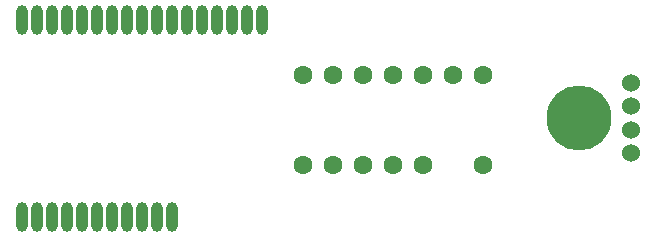
<source format=gbr>
%TF.GenerationSoftware,KiCad,Pcbnew,8.0.3*%
%TF.CreationDate,2024-07-01T08:39:21+09:00*%
%TF.ProjectId,Unit_LTP305G,556e6974-5f4c-4545-9033-3035472e6b69,rev?*%
%TF.SameCoordinates,Original*%
%TF.FileFunction,Soldermask,Bot*%
%TF.FilePolarity,Negative*%
%FSLAX46Y46*%
G04 Gerber Fmt 4.6, Leading zero omitted, Abs format (unit mm)*
G04 Created by KiCad (PCBNEW 8.0.3) date 2024-07-01 08:39:21*
%MOMM*%
%LPD*%
G01*
G04 APERTURE LIST*
G04 Aperture macros list*
%AMRoundRect*
0 Rectangle with rounded corners*
0 $1 Rounding radius*
0 $2 $3 $4 $5 $6 $7 $8 $9 X,Y pos of 4 corners*
0 Add a 4 corners polygon primitive as box body*
4,1,4,$2,$3,$4,$5,$6,$7,$8,$9,$2,$3,0*
0 Add four circle primitives for the rounded corners*
1,1,$1+$1,$2,$3*
1,1,$1+$1,$4,$5*
1,1,$1+$1,$6,$7*
1,1,$1+$1,$8,$9*
0 Add four rect primitives between the rounded corners*
20,1,$1+$1,$2,$3,$4,$5,0*
20,1,$1+$1,$4,$5,$6,$7,0*
20,1,$1+$1,$6,$7,$8,$9,0*
20,1,$1+$1,$8,$9,$2,$3,0*%
G04 Aperture macros list end*
%ADD10C,1.600000*%
%ADD11C,5.500000*%
%ADD12C,1.524000*%
%ADD13RoundRect,0.500000X-0.008000X0.750000X-0.008000X-0.750000X0.008000X-0.750000X0.008000X0.750000X0*%
%ADD14RoundRect,0.500000X0.008000X-0.750000X0.008000X0.750000X-0.008000X0.750000X-0.008000X-0.750000X0*%
G04 APERTURE END LIST*
D10*
%TO.C,U2*%
X132842000Y-71882000D03*
X135382000Y-71882000D03*
X137922000Y-71882000D03*
X140462000Y-71882000D03*
X143002000Y-71882000D03*
X148082000Y-71882000D03*
X148082000Y-64262000D03*
X145542000Y-64262000D03*
X143002000Y-64262000D03*
X140462000Y-64262000D03*
X137922000Y-64262000D03*
X135382000Y-64262000D03*
X132842000Y-64262000D03*
%TD*%
D11*
%TO.C,H1*%
X156210000Y-67900000D03*
%TD*%
D12*
%TO.C,J1*%
X160655000Y-70897000D03*
X160655000Y-68897000D03*
X160655000Y-66897000D03*
X160655000Y-64897000D03*
%TD*%
D13*
%TO.C,U1*%
X129362200Y-59599600D03*
X128092200Y-59599600D03*
X126822200Y-59599600D03*
X125552200Y-59599600D03*
X124282200Y-59599600D03*
X123012200Y-59599600D03*
X121742200Y-59599600D03*
X120472200Y-59599600D03*
X119202200Y-59599600D03*
X117932200Y-59599600D03*
X116662200Y-59599600D03*
X115392200Y-59599600D03*
X114122200Y-59599600D03*
X112852200Y-59599600D03*
X111582200Y-59599600D03*
X110312200Y-59599600D03*
X109042200Y-59599600D03*
D14*
X109042200Y-76239600D03*
X110312200Y-76239600D03*
X111582200Y-76239600D03*
X112852200Y-76239600D03*
X114122200Y-76239600D03*
X115392200Y-76239600D03*
X116662200Y-76239600D03*
X117932200Y-76239600D03*
X119202200Y-76239600D03*
X120472200Y-76239600D03*
X121742200Y-76239600D03*
%TD*%
M02*

</source>
